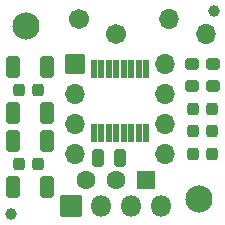
<source format=gts>
G04 #@! TF.GenerationSoftware,KiCad,Pcbnew,(6.0.0-0)*
G04 #@! TF.CreationDate,2022-08-07T15:03:16+01:00*
G04 #@! TF.ProjectId,VR-Conditioner-MAX9926+reg,56522d43-6f6e-4646-9974-696f6e65722d,3.72*
G04 #@! TF.SameCoordinates,PX68c4118PY713e7a8*
G04 #@! TF.FileFunction,Soldermask,Top*
G04 #@! TF.FilePolarity,Negative*
%FSLAX46Y46*%
G04 Gerber Fmt 4.6, Leading zero omitted, Abs format (unit mm)*
G04 Created by KiCad (PCBNEW (6.0.0-0)) date 2022-08-07 15:03:16*
%MOMM*%
%LPD*%
G01*
G04 APERTURE LIST*
G04 Aperture macros list*
%AMRoundRect*
0 Rectangle with rounded corners*
0 $1 Rounding radius*
0 $2 $3 $4 $5 $6 $7 $8 $9 X,Y pos of 4 corners*
0 Add a 4 corners polygon primitive as box body*
4,1,4,$2,$3,$4,$5,$6,$7,$8,$9,$2,$3,0*
0 Add four circle primitives for the rounded corners*
1,1,$1+$1,$2,$3*
1,1,$1+$1,$4,$5*
1,1,$1+$1,$6,$7*
1,1,$1+$1,$8,$9*
0 Add four rect primitives between the rounded corners*
20,1,$1+$1,$2,$3,$4,$5,0*
20,1,$1+$1,$4,$5,$6,$7,0*
20,1,$1+$1,$6,$7,$8,$9,0*
20,1,$1+$1,$8,$9,$2,$3,0*%
G04 Aperture macros list end*
%ADD10RoundRect,0.269550X0.218750X0.256250X-0.218750X0.256250X-0.218750X-0.256250X0.218750X-0.256250X0*%
%ADD11RoundRect,0.294550X-0.243750X-0.456250X0.243750X-0.456250X0.243750X0.456250X-0.243750X0.456250X0*%
%ADD12RoundRect,0.269550X-0.218750X-0.256250X0.218750X-0.256250X0.218750X0.256250X-0.218750X0.256250X0*%
%ADD13RoundRect,0.300800X-0.312500X-0.625000X0.312500X-0.625000X0.312500X0.625000X-0.312500X0.625000X0*%
%ADD14C,1.000000*%
%ADD15RoundRect,0.050800X-0.800000X-0.800000X0.800000X-0.800000X0.800000X0.800000X-0.800000X0.800000X0*%
%ADD16O,1.701600X1.701600*%
%ADD17RoundRect,0.288300X0.287500X0.237500X-0.287500X0.237500X-0.287500X-0.237500X0.287500X-0.237500X0*%
%ADD18RoundRect,0.050800X-0.177400X0.727449X-0.177400X-0.727449X0.177400X-0.727449X0.177400X0.727449X0*%
%ADD19C,1.701600*%
%ADD20C,2.301600*%
%ADD21RoundRect,0.050800X-0.850000X0.850000X-0.850000X-0.850000X0.850000X-0.850000X0.850000X0.850000X0*%
%ADD22O,1.801600X1.801600*%
%ADD23RoundRect,0.050800X0.750000X-0.750000X0.750000X0.750000X-0.750000X0.750000X-0.750000X-0.750000X0*%
%ADD24C,1.601600*%
G04 APERTURE END LIST*
D10*
G04 #@! TO.C,C1*
X20790000Y8890000D03*
X19215000Y8890000D03*
G04 #@! TD*
G04 #@! TO.C,C2*
X20790000Y10795000D03*
X19215000Y10795000D03*
G04 #@! TD*
G04 #@! TO.C,C3*
X20790000Y12700000D03*
X19215000Y12700000D03*
G04 #@! TD*
D11*
G04 #@! TO.C,C4*
X11127500Y8509000D03*
X13002500Y8509000D03*
G04 #@! TD*
D12*
G04 #@! TO.C,C10*
X4483000Y14287500D03*
X6058000Y14287500D03*
G04 #@! TD*
D10*
G04 #@! TO.C,C20*
X6058000Y8001000D03*
X4483000Y8001000D03*
G04 #@! TD*
D13*
G04 #@! TO.C,R22*
X3935000Y9969500D03*
X6860000Y9969500D03*
G04 #@! TD*
G04 #@! TO.C,R21*
X3935000Y6032500D03*
X6860000Y6032500D03*
G04 #@! TD*
G04 #@! TO.C,R11*
X3935000Y12319000D03*
X6860000Y12319000D03*
G04 #@! TD*
D14*
G04 #@! TO.C,FID1*
X3810000Y3810000D03*
G04 #@! TD*
G04 #@! TO.C,FID2*
X20955000Y20955000D03*
G04 #@! TD*
D15*
G04 #@! TO.C,J3*
X9207500Y16510000D03*
D16*
X9207500Y13970000D03*
X9207500Y11430000D03*
X9207500Y8890000D03*
X16827500Y8890000D03*
X16827500Y11430000D03*
X16827500Y13970000D03*
X16827500Y16510000D03*
G04 #@! TD*
D17*
G04 #@! TO.C,R10*
X20877500Y16510000D03*
X19127500Y16510000D03*
G04 #@! TD*
G04 #@! TO.C,R20*
X20877500Y14605000D03*
X19127500Y14605000D03*
G04 #@! TD*
D18*
G04 #@! TO.C,U1*
X15240000Y16056348D03*
X14605000Y16056348D03*
X13970000Y16056348D03*
X13335000Y16056348D03*
X12700000Y16056348D03*
X12065000Y16056348D03*
X11430000Y16056348D03*
X10795000Y16056348D03*
X10795000Y10613652D03*
X11430000Y10613652D03*
X12065000Y10613652D03*
X12700000Y10613652D03*
X13335000Y10613652D03*
X13970000Y10613652D03*
X14605000Y10613652D03*
X15240000Y10613652D03*
G04 #@! TD*
D19*
G04 #@! TO.C,R13*
X9525000Y20320000D03*
D16*
X17145000Y20320000D03*
G04 #@! TD*
D19*
G04 #@! TO.C,R23*
X12700000Y19050000D03*
D16*
X20320000Y19050000D03*
G04 #@! TD*
D20*
G04 #@! TO.C,H1*
X19685000Y5080000D03*
G04 #@! TD*
G04 #@! TO.C,H2*
X5080000Y19685000D03*
G04 #@! TD*
D13*
G04 #@! TO.C,R12*
X3935000Y16256000D03*
X6860000Y16256000D03*
G04 #@! TD*
D21*
G04 #@! TO.C,J2*
X8890000Y4445000D03*
D22*
X11430000Y4445000D03*
X13970000Y4445000D03*
X16510000Y4445000D03*
G04 #@! TD*
D23*
G04 #@! TO.C,U2*
X15240000Y6650000D03*
D24*
X12700000Y6650000D03*
X10160000Y6650000D03*
G04 #@! TD*
M02*

</source>
